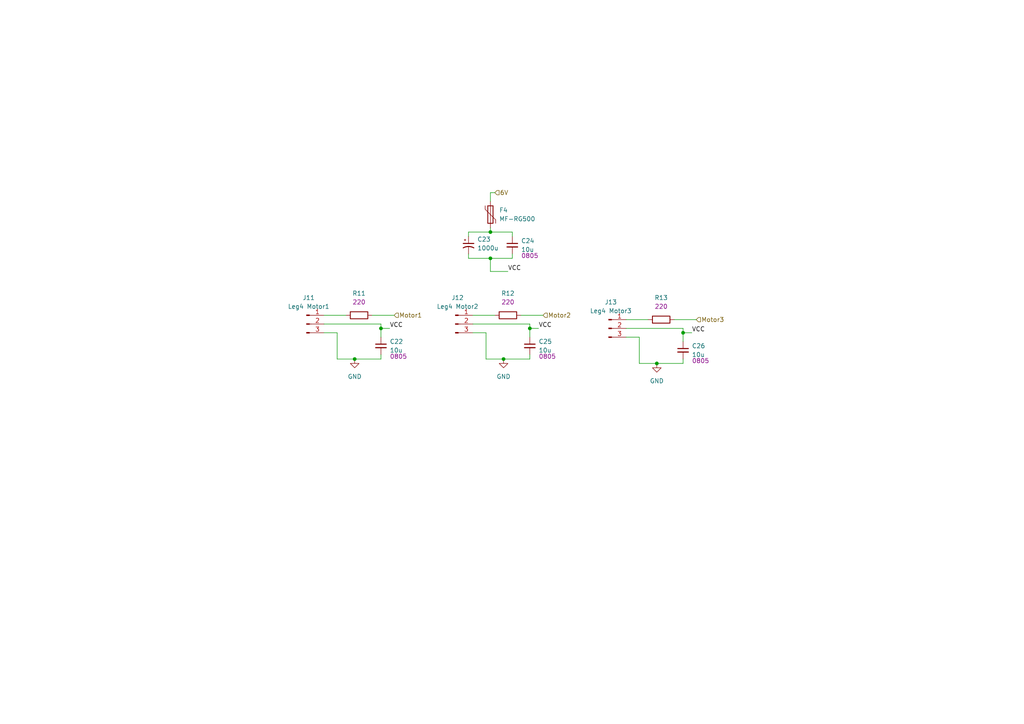
<source format=kicad_sch>
(kicad_sch (version 20250114) (generator "eeschema") (generator_version "9.0")
  (paper "A4")
  (lib_symbols
    (symbol "Connector:Conn_01x03_Pin" (pin_names (offset 1.016) (hide yes))
      (property "Reference" "J" (at 0 5.08 0))
      (property "Value" "Conn_01x03_Pin" (at 0 -5.08 0))
      (symbol "Conn_01x03_Pin_1_1"
        (rectangle (start 0.8636 2.667) (end 0 2.413) (stroke (width 0.1524)) (fill (type outline)))
        (rectangle (start 0.8636 0.127) (end 0 -0.127) (stroke (width 0.1524)) (fill (type outline)))
        (rectangle (start 0.8636 -2.413) (end 0 -2.667) (stroke (width 0.1524)) (fill (type outline)))
        (polyline (pts (xy 1.27 2.54) (xy 0.8636 2.54)) (stroke (width 0.1524)))
        (polyline (pts (xy 1.27 0) (xy 0.8636 0)) (stroke (width 0.1524)))
        (polyline (pts (xy 1.27 -2.54) (xy 0.8636 -2.54)) (stroke (width 0.1524)))
        (pin passive line (at 5.08 2.54 180) (length 3.81) (name "Pin_1") (number "1"))
        (pin passive line (at 5.08 0 180) (length 3.81) (name "Pin_2") (number "2"))
        (pin passive line (at 5.08 -2.54 180) (length 3.81) (name "Pin_3") (number "3"))
      )
    )
    (symbol "Device:C_Polarized_Small_US" (pin_numbers (hide yes)) (pin_names (offset 0.254) (hide yes))
      (property "Reference" "C" (at 0.254 1.778 0))
      (property "Value" "C_Polarized_Small_US" (at 0.254 -2.032 0))
      (symbol "C_Polarized_Small_US_0_1"
        (polyline (pts (xy -1.524 0.508) (xy 1.524 0.508)) (stroke (width 0.3048)))
        (polyline (pts (xy -1.27 1.524) (xy -0.762 1.524)))
        (polyline (pts (xy -1.016 1.27) (xy -1.016 1.778)))
        (arc (start -1.524 -0.762) (mid 0 -0.3734) (end 1.524 -0.762) (stroke (width 0.3048)))
      )
      (symbol "C_Polarized_Small_US_1_1"
        (pin passive line (at 0 2.54 270) (length 2.032) (name "~") (number "1"))
        (pin passive line (at 0 -2.54 90) (length 2.032) (name "~") (number "2"))
      )
    )
    (symbol "Device:C_Small" (pin_numbers (hide yes)) (pin_names (offset 0.254) (hide yes))
      (property "Reference" "C" (at 0.254 1.778 0))
      (property "Value" "C_Small" (at 0.254 -2.032 0))
      (symbol "C_Small_0_1"
        (polyline (pts (xy -1.524 0.508) (xy 1.524 0.508)) (stroke (width 0.3048)))
        (polyline (pts (xy -1.524 -0.508) (xy 1.524 -0.508)) (stroke (width 0.3302)))
      )
      (symbol "C_Small_1_1"
        (pin passive line (at 0 2.54 270) (length 2.032) (name "~") (number "1"))
        (pin passive line (at 0 -2.54 90) (length 2.032) (name "~") (number "2"))
      )
    )
    (symbol "Device:Polyfuse" (pin_numbers (hide yes)) (pin_names (offset 0))
      (property "Reference" "F" (at -2.54 0 90))
      (property "Value" "Polyfuse" (at 2.54 0 90))
      (symbol "Polyfuse_0_1"
        (polyline (pts (xy -1.524 2.54) (xy -1.524 1.524) (xy 1.524 -1.524) (xy 1.524 -2.54)))
        (rectangle (start -0.762 2.54) (end 0.762 -2.54) (stroke (width 0.254)))
        (polyline (pts (xy 0 2.54) (xy 0 -2.54)))
      )
      (symbol "Polyfuse_1_1"
        (pin passive line (at 0 3.81 270) (length 1.27) (name "~") (number "1"))
        (pin passive line (at 0 -3.81 90) (length 1.27) (name "~") (number "2"))
      )
    )
    (symbol "PCM_4ms_Resistor:150K_0603" (pin_numbers (hide yes)) (pin_names (offset 0))
      (property "Reference" "R" (at 2.032 0 90))
      (property "Display" "150K" (at 3.81 0 90))
      (symbol "150K_0603_0_1"
        (rectangle (start -1.016 -2.54) (end 1.016 2.54) (stroke (width 0.254)))
      )
      (symbol "150K_0603_1_1"
        (pin passive line (at 0 3.81 270) (length 1.27) (name "~") (number "1"))
        (pin passive line (at 0 -3.81 90) (length 1.27) (name "~") (number "2"))
      )
    )
    (symbol "power:GND" (power) (pin_numbers (hide yes)) (pin_names (offset 0) (hide yes))
      (property "Value" "GND" (at 0 -3.81 0))
      (symbol "GND_0_1"
        (polyline (pts (xy 0 0) (xy 0 -1.27) (xy 1.27 -1.27) (xy 0 -2.54) (xy -1.27 -1.27) (xy 0 -1.27)))
      )
      (symbol "GND_1_1"
        (pin power_in line (at 0 0 270) (length 0) (name "~") (number "1"))
      )
    )
  )
  (junction (at 142.24 74.93))
  (junction (at 198.12 96.52))
  (junction (at 102.87 104.14))
  (junction (at 146.05 104.14))
  (junction (at 153.67 95.25))
  (junction (at 190.5 105.41))
  (junction (at 142.24 67.31))
  (junction (at 110.49 95.25))
  (wire (pts (xy 148.59 74.93) (xy 148.59 73.66)))
  (wire (pts (xy 142.24 67.31) (xy 148.59 67.31)))
  (wire (pts (xy 142.24 78.74) (xy 147.32 78.74)))
  (wire (pts (xy 153.67 95.25) (xy 153.67 97.79)))
  (wire (pts (xy 153.67 93.98) (xy 137.16 93.98)))
  (wire (pts (xy 110.49 95.25) (xy 110.49 97.79)))
  (wire (pts (xy 151.13 91.44) (xy 157.48 91.44)))
  (wire (pts (xy 97.79 104.14) (xy 102.87 104.14)))
  (wire (pts (xy 190.5 105.41) (xy 198.12 105.41)))
  (wire (pts (xy 135.89 67.31) (xy 135.89 68.58)))
  (wire (pts (xy 142.24 66.04) (xy 142.24 67.31)))
  (wire (pts (xy 110.49 95.25) (xy 113.03 95.25)))
  (wire (pts (xy 135.89 74.93) (xy 142.24 74.93)))
  (wire (pts (xy 148.59 67.31) (xy 148.59 68.58)))
  (wire (pts (xy 97.79 104.14) (xy 97.79 96.52)))
  (wire (pts (xy 198.12 104.14) (xy 198.12 105.41)))
  (wire (pts (xy 198.12 95.25) (xy 181.61 95.25)))
  (wire (pts (xy 93.98 91.44) (xy 100.33 91.44)))
  (wire (pts (xy 195.58 92.71) (xy 201.93 92.71)))
  (wire (pts (xy 146.05 104.14) (xy 153.67 104.14)))
  (wire (pts (xy 142.24 55.88) (xy 142.24 58.42)))
  (wire (pts (xy 110.49 93.98) (xy 110.49 95.25)))
  (wire (pts (xy 102.87 104.14) (xy 110.49 104.14)))
  (wire (pts (xy 140.97 104.14) (xy 140.97 96.52)))
  (wire (pts (xy 153.67 102.87) (xy 153.67 104.14)))
  (wire (pts (xy 153.67 93.98) (xy 153.67 95.25)))
  (wire (pts (xy 185.42 97.79) (xy 181.61 97.79)))
  (wire (pts (xy 198.12 96.52) (xy 200.66 96.52)))
  (wire (pts (xy 135.89 73.66) (xy 135.89 74.93)))
  (wire (pts (xy 198.12 95.25) (xy 198.12 96.52)))
  (wire (pts (xy 107.95 91.44) (xy 114.3 91.44)))
  (wire (pts (xy 181.61 92.71) (xy 187.96 92.71)))
  (wire (pts (xy 110.49 102.87) (xy 110.49 104.14)))
  (wire (pts (xy 185.42 105.41) (xy 190.5 105.41)))
  (wire (pts (xy 142.24 74.93) (xy 142.24 78.74)))
  (wire (pts (xy 143.51 55.88) (xy 142.24 55.88)))
  (wire (pts (xy 198.12 96.52) (xy 198.12 99.06)))
  (wire (pts (xy 142.24 74.93) (xy 148.59 74.93)))
  (wire (pts (xy 137.16 91.44) (xy 143.51 91.44)))
  (wire (pts (xy 135.89 67.31) (xy 142.24 67.31)))
  (wire (pts (xy 97.79 96.52) (xy 93.98 96.52)))
  (wire (pts (xy 185.42 105.41) (xy 185.42 97.79)))
  (wire (pts (xy 140.97 96.52) (xy 137.16 96.52)))
  (wire (pts (xy 153.67 95.25) (xy 156.21 95.25)))
  (wire (pts (xy 140.97 104.14) (xy 146.05 104.14)))
  (wire (pts (xy 110.49 93.98) (xy 93.98 93.98)))
  (label "VCC" (at 147.32 78.74 0))
  (label "VCC" (at 200.66 96.52 0))
  (label "VCC" (at 113.03 95.25 0))
  (label "VCC" (at 156.21 95.25 0))
  (hierarchical_label "Motor1" (shape input) (at 114.3 91.44 0))
  (hierarchical_label "Motor3" (shape input) (at 201.93 92.71 0))
  (hierarchical_label "6V" (shape input) (at 143.51 55.88 0))
  (hierarchical_label "Motor2" (shape input) (at 157.48 91.44 0))
  (symbol (lib_id "Device:C_Small") (at 198.12 101.6 0) (unit 1)
    (property "Reference" "C26" (at 200.66 100.3362 0) (effects (justify left)))
    (property "Value" "10u" (at 200.66 102.8762 0) (effects (justify left)))
    (property "Footprint" "Capacitor_SMD:C_0805_2012Metric_Pad1.18x1.45mm_HandSolder" (effects (hide yes)))
    (property "Description" "0805" (at 203.2 104.648 0))
  )
  (symbol (lib_id "power:GND") (at 190.5 105.41 0) (unit 1)
    (property "Reference" "#PWR041" (effects (hide yes)))
    (property "Value" "GND" (at 190.5 110.49 0))
    (property "Description" "Power symbol creates a global label with name \"GND\" , ground" (effects (hide yes)))
  )
  (symbol (lib_id "Device:C_Small") (at 148.59 71.12 0) (unit 1)
    (property "Reference" "C24" (at 151.13 69.8562 0) (effects (justify left)))
    (property "Value" "10u" (at 151.13 72.3962 0) (effects (justify left)))
    (property "Footprint" "Capacitor_SMD:C_0805_2012Metric_Pad1.18x1.45mm_HandSolder" (effects (hide yes)))
    (property "Description" "0805" (at 153.67 74.168 0))
  )
  (symbol (lib_id "Device:C_Small") (at 110.49 100.33 0) (unit 1)
    (property "Reference" "C22" (at 113.03 99.0662 0) (effects (justify left)))
    (property "Value" "10u" (at 113.03 101.6062 0) (effects (justify left)))
    (property "Footprint" "Capacitor_SMD:C_0805_2012Metric_Pad1.18x1.45mm_HandSolder" (effects (hide yes)))
    (property "Description" "0805" (at 115.57 103.378 0))
  )
  (symbol (lib_id "Device:C_Polarized_Small_US") (at 135.89 71.12 0) (unit 1)
    (property "Reference" "C23" (at 138.43 69.4181 0) (effects (justify left)))
    (property "Value" "1000u" (at 138.43 71.9581 0) (effects (justify left)))
    (property "Footprint" "Capacitor_SMD:CP_Elec_10x10" (effects (hide yes)))
    (property "Description" "Polarized capacitor, small US symbol" (effects (hide yes)))
  )
  (symbol (lib_id "PCM_4ms_Resistor:150K_0603") (at 191.77 92.71 90) (unit 1)
    (property "Reference" "R13" (at 191.77 86.36 90))
    (property "Value" "150K_0603" (effects (hide yes)))
    (property "Footprint" "PCM_4ms_Resistor:R_0805_2012Metric" (effects (hide yes)))
    (property "Description" "150K, 1%, 1/10W, 0603" (effects (hide yes)))
    (property "Specifications" "150K, 1%, 1/10W, 0603" (effects (hide yes)))
    (property "Manufacturer" "Yageo" (effects (hide yes)))
    (property "Part Number" "RC0603FR-07150KL" (effects (hide yes)))
    (property "Display" "220" (at 191.77 88.9 90))
    (property "JLCPCB ID" "C22807" (effects (hide yes)))
  )
  (symbol (lib_id "Device:C_Small") (at 153.67 100.33 0) (unit 1)
    (property "Reference" "C25" (at 156.21 99.0662 0) (effects (justify left)))
    (property "Value" "10u" (at 156.21 101.6062 0) (effects (justify left)))
    (property "Footprint" "Capacitor_SMD:C_0805_2012Metric_Pad1.18x1.45mm_HandSolder" (effects (hide yes)))
    (property "Description" "0805" (at 158.75 103.378 0))
  )
  (symbol (lib_id "Device:Polyfuse") (at 142.24 62.23 0) (unit 1)
    (property "Reference" "F4" (at 144.78 60.9599 0) (effects (justify left)))
    (property "Value" "MF-RG500" (at 144.78 63.4999 0) (effects (justify left)))
    (property "Footprint" "Fuse:Fuse_Bourns_MF-RG500" (effects (hide yes)))
    (property "Description" "Resettable fuse, polymeric positive temperature coefficient" (effects (hide yes)))
  )
  (symbol (lib_id "Connector:Conn_01x03_Pin") (at 176.53 95.25 0) (unit 1)
    (property "Reference" "J13" (at 177.165 87.63 0))
    (property "Value" "Leg4 Motor3" (at 177.165 90.17 0))
    (property "Footprint" "Connector_PinHeader_2.54mm:PinHeader_1x03_P2.54mm_Vertical" (effects (hide yes)))
    (property "Description" "Generic connector, single row, 01x03, script generated" (effects (hide yes)))
  )
  (symbol (lib_id "power:GND") (at 146.05 104.14 0) (unit 1)
    (property "Reference" "#PWR040" (effects (hide yes)))
    (property "Value" "GND" (at 146.05 109.22 0))
    (property "Description" "Power symbol creates a global label with name \"GND\" , ground" (effects (hide yes)))
  )
  (symbol (lib_id "power:GND") (at 102.87 104.14 0) (unit 1)
    (property "Reference" "#PWR039" (effects (hide yes)))
    (property "Value" "GND" (at 102.87 109.22 0))
    (property "Description" "Power symbol creates a global label with name \"GND\" , ground" (effects (hide yes)))
  )
  (symbol (lib_id "Connector:Conn_01x03_Pin") (at 132.08 93.98 0) (unit 1)
    (property "Reference" "J12" (at 132.715 86.36 0))
    (property "Value" "Leg4 Motor2" (at 132.715 88.9 0))
    (property "Footprint" "Connector_PinHeader_2.54mm:PinHeader_1x03_P2.54mm_Vertical" (effects (hide yes)))
    (property "Description" "Generic connector, single row, 01x03, script generated" (effects (hide yes)))
  )
  (symbol (lib_id "Connector:Conn_01x03_Pin") (at 88.9 93.98 0) (unit 1)
    (property "Reference" "J11" (at 89.535 86.36 0))
    (property "Value" "Leg4 Motor1" (at 89.535 88.9 0))
    (property "Footprint" "Connector_PinHeader_2.54mm:PinHeader_1x03_P2.54mm_Vertical" (effects (hide yes)))
    (property "Description" "Generic connector, single row, 01x03, script generated" (effects (hide yes)))
  )
  (symbol (lib_id "PCM_4ms_Resistor:150K_0603") (at 147.32 91.44 90) (unit 1)
    (property "Reference" "R12" (at 147.32 85.09 90))
    (property "Value" "150K_0603" (effects (hide yes)))
    (property "Footprint" "PCM_4ms_Resistor:R_0805_2012Metric" (effects (hide yes)))
    (property "Description" "150K, 1%, 1/10W, 0603" (effects (hide yes)))
    (property "Specifications" "150K, 1%, 1/10W, 0603" (effects (hide yes)))
    (property "Manufacturer" "Yageo" (effects (hide yes)))
    (property "Part Number" "RC0603FR-07150KL" (effects (hide yes)))
    (property "Display" "220" (at 147.32 87.63 90))
    (property "JLCPCB ID" "C22807" (effects (hide yes)))
  )
  (symbol (lib_id "PCM_4ms_Resistor:150K_0603") (at 104.14 91.44 90) (unit 1)
    (property "Reference" "R11" (at 104.14 85.09 90))
    (property "Value" "150K_0603" (effects (hide yes)))
    (property "Footprint" "PCM_4ms_Resistor:R_0805_2012Metric" (effects (hide yes)))
    (property "Description" "150K, 1%, 1/10W, 0603" (effects (hide yes)))
    (property "Specifications" "150K, 1%, 1/10W, 0603" (effects (hide yes)))
    (property "Manufacturer" "Yageo" (effects (hide yes)))
    (property "Part Number" "RC0603FR-07150KL" (effects (hide yes)))
    (property "Display" "220" (at 104.14 87.63 90))
    (property "JLCPCB ID" "C22807" (effects (hide yes)))
  )
)
</source>
